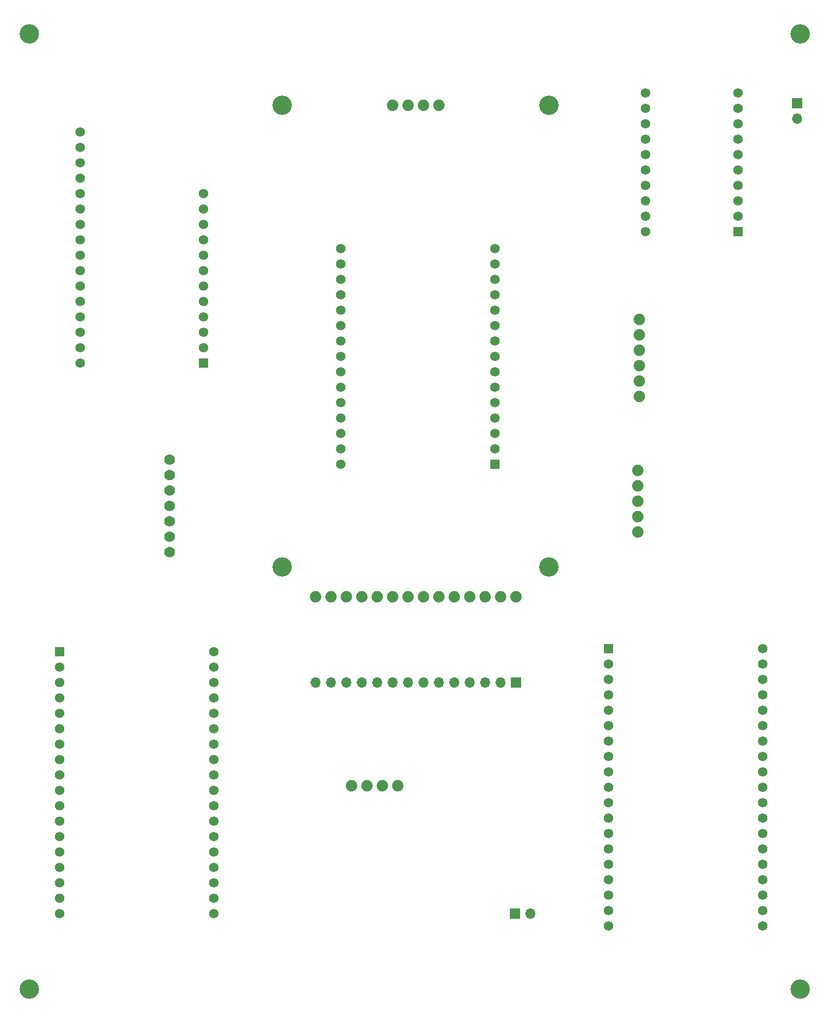
<source format=gbs>
G04 #@! TF.GenerationSoftware,KiCad,Pcbnew,5.99.0+really5.1.10+dfsg1-1*
G04 #@! TF.CreationDate,2021-09-08T20:42:20+02:00*
G04 #@! TF.ProjectId,esp32-adapter,65737033-322d-4616-9461-707465722e6b,1.0*
G04 #@! TF.SameCoordinates,Original*
G04 #@! TF.FileFunction,Soldermask,Bot*
G04 #@! TF.FilePolarity,Negative*
%FSLAX46Y46*%
G04 Gerber Fmt 4.6, Leading zero omitted, Abs format (unit mm)*
G04 Created by KiCad (PCBNEW 5.99.0+really5.1.10+dfsg1-1) date 2021-09-08 20:42:20*
%MOMM*%
%LPD*%
G01*
G04 APERTURE LIST*
%ADD10C,1.879600*%
%ADD11C,3.200000*%
%ADD12O,1.700000X1.700000*%
%ADD13R,1.700000X1.700000*%
%ADD14C,1.778000*%
%ADD15C,1.560000*%
%ADD16R,1.560000X1.560000*%
G04 APERTURE END LIST*
D10*
X141097000Y-77851000D03*
X141097000Y-80391000D03*
X141097000Y-82931000D03*
X141097000Y-85471000D03*
X141097000Y-88011000D03*
X141097000Y-90551000D03*
D11*
X82270600Y-118643000D03*
X126213000Y-118669000D03*
X167640000Y-188214000D03*
X40640000Y-188214000D03*
X167640000Y-30734000D03*
X82296000Y-42545000D03*
X126238000Y-42545000D03*
X40640000Y-30734000D03*
D12*
X87757000Y-137668000D03*
X90297000Y-137668000D03*
X92837000Y-137668000D03*
X95377000Y-137668000D03*
X97917000Y-137668000D03*
X100457000Y-137668000D03*
X102997000Y-137668000D03*
X105537000Y-137668000D03*
X108077000Y-137668000D03*
X110617000Y-137668000D03*
X113157000Y-137668000D03*
X115697000Y-137668000D03*
X118237000Y-137668000D03*
D13*
X120777000Y-137668000D03*
D14*
X63754000Y-116205000D03*
X63754000Y-113665000D03*
X63754000Y-111125000D03*
X63754000Y-108585000D03*
X63754000Y-106045000D03*
X63754000Y-103505000D03*
X63754000Y-100965000D03*
D10*
X140843000Y-107823000D03*
X140843000Y-105283000D03*
X140843000Y-102743000D03*
X140843000Y-110363000D03*
X140843000Y-112903000D03*
X101346000Y-154686000D03*
X98806000Y-154686000D03*
X96266000Y-154686000D03*
X93726000Y-154686000D03*
D15*
X142113000Y-40461000D03*
X142113000Y-43001000D03*
X142113000Y-45541000D03*
X142113000Y-48081000D03*
X142113000Y-50621000D03*
X142113000Y-53161000D03*
X142113000Y-55701000D03*
X142113000Y-58241000D03*
X142113000Y-60781000D03*
X142113000Y-63321000D03*
X157353000Y-40461000D03*
X157353000Y-43001000D03*
X157353000Y-45541000D03*
X157353000Y-48081000D03*
X157353000Y-50621000D03*
X157353000Y-53161000D03*
X157353000Y-55701000D03*
X157353000Y-58241000D03*
X157353000Y-60781000D03*
D16*
X157353000Y-63321000D03*
D13*
X120650000Y-175768000D03*
D12*
X123190000Y-175768000D03*
X167132000Y-44704000D03*
D13*
X167132000Y-42164000D03*
D15*
X49022000Y-46938000D03*
X49022000Y-49478000D03*
X49022000Y-52018000D03*
X49022000Y-54558000D03*
X49022000Y-57098000D03*
X49022000Y-59638000D03*
X49022000Y-62178000D03*
X49022000Y-64718000D03*
X49022000Y-67258000D03*
X49022000Y-69798000D03*
X49022000Y-72338000D03*
X49022000Y-74878000D03*
X49022000Y-77418000D03*
X49022000Y-79958000D03*
X49022000Y-82498000D03*
X49022000Y-85038000D03*
X69342000Y-57098000D03*
X69342000Y-59638000D03*
X69342000Y-62178000D03*
X69342000Y-64718000D03*
X69342000Y-67258000D03*
X69342000Y-69798000D03*
X69342000Y-72338000D03*
X69342000Y-74878000D03*
X69342000Y-77418000D03*
X69342000Y-79958000D03*
X69342000Y-82498000D03*
D16*
X69342000Y-85038000D03*
X136017000Y-132132000D03*
D15*
X136017000Y-134672000D03*
X136017000Y-177852000D03*
X136017000Y-137212000D03*
X136017000Y-139752000D03*
X136017000Y-142292000D03*
X136017000Y-144832000D03*
X136017000Y-147372000D03*
X136017000Y-149912000D03*
X136017000Y-152452000D03*
X136017000Y-154992000D03*
X136017000Y-157532000D03*
X136017000Y-160072000D03*
X136017000Y-162612000D03*
X136017000Y-165152000D03*
X136017000Y-167692000D03*
X136017000Y-170232000D03*
X136017000Y-172772000D03*
X136017000Y-175312000D03*
X161417000Y-132132000D03*
X161417000Y-134672000D03*
X161417000Y-137212000D03*
X161417000Y-139752000D03*
X161417000Y-142292000D03*
X161417000Y-144832000D03*
X161417000Y-147372000D03*
X161417000Y-149912000D03*
X161417000Y-152452000D03*
X161417000Y-154992000D03*
X161417000Y-157532000D03*
X161417000Y-160072000D03*
X161417000Y-162612000D03*
X161417000Y-165152000D03*
X161417000Y-167692000D03*
X161417000Y-170232000D03*
X161417000Y-172772000D03*
X161417000Y-175312000D03*
X161417000Y-177852000D03*
X91948000Y-66115000D03*
X91948000Y-68655000D03*
X91948000Y-71195000D03*
X91948000Y-73735000D03*
X91948000Y-76275000D03*
X91948000Y-78815000D03*
X91948000Y-81355000D03*
X91948000Y-83895000D03*
X91948000Y-86435000D03*
X91948000Y-88975000D03*
X91948000Y-91515000D03*
X91948000Y-94055000D03*
X91948000Y-96595000D03*
X91948000Y-99135000D03*
X91948000Y-101675000D03*
X117348000Y-66115000D03*
X117348000Y-68655000D03*
X117348000Y-71195000D03*
X117348000Y-73735000D03*
X117348000Y-76275000D03*
X117348000Y-78815000D03*
X117348000Y-81355000D03*
X117348000Y-83895000D03*
X117348000Y-86435000D03*
X117348000Y-88975000D03*
X117348000Y-91515000D03*
X117348000Y-94055000D03*
X117348000Y-96595000D03*
X117348000Y-99135000D03*
D16*
X117348000Y-101675000D03*
D15*
X70993000Y-168200000D03*
X70993000Y-165660000D03*
X70993000Y-163120000D03*
X70993000Y-160580000D03*
X70993000Y-158040000D03*
X70993000Y-155500000D03*
X70993000Y-152960000D03*
X70993000Y-150420000D03*
X70993000Y-147880000D03*
X70993000Y-145340000D03*
X70993000Y-142800000D03*
X70993000Y-140260000D03*
X70993000Y-137720000D03*
X70993000Y-135180000D03*
X70993000Y-132640000D03*
X45593000Y-168200000D03*
X45593000Y-165660000D03*
X45593000Y-163120000D03*
X45593000Y-160580000D03*
X45593000Y-158040000D03*
X45593000Y-155500000D03*
X45593000Y-152960000D03*
X45593000Y-150420000D03*
X45593000Y-147880000D03*
X45593000Y-145340000D03*
X45593000Y-142800000D03*
X45593000Y-140260000D03*
X45593000Y-137720000D03*
X45593000Y-135180000D03*
D16*
X45593000Y-132640000D03*
D15*
X45593000Y-170740000D03*
X45593000Y-175820000D03*
X45593000Y-173280000D03*
X70993000Y-170740000D03*
X70993000Y-175820000D03*
X70993000Y-173280000D03*
D10*
X108077000Y-123591320D03*
X110617000Y-123591320D03*
X113157000Y-123591320D03*
X115697000Y-123591320D03*
X118237000Y-123591320D03*
X120777000Y-123591320D03*
X105537000Y-123591320D03*
X102997000Y-123591320D03*
X100457000Y-123591320D03*
X97917000Y-123591320D03*
X95377000Y-123591320D03*
X92837000Y-123591320D03*
X90297000Y-123591320D03*
X87757000Y-123591320D03*
X105537000Y-42565320D03*
X108077000Y-42565320D03*
X102997000Y-42565320D03*
X100457000Y-42565320D03*
M02*

</source>
